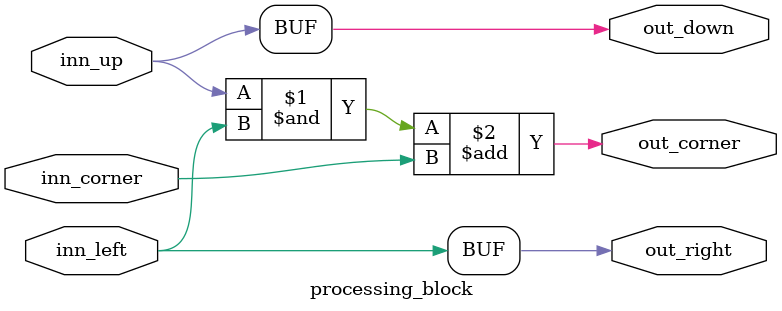
<source format=v>
`timescale 1ns / 1ps


module processing_block(inn_up,inn_left,inn_corner,out_down,out_right,out_corner);
    input inn_up,inn_left,inn_corner;
    output out_down,out_right,out_corner;
    
    assign out_corner=(inn_up & inn_left)+inn_corner;
    assign out_down=inn_up;
    assign out_right=inn_left;
      
endmodule

</source>
